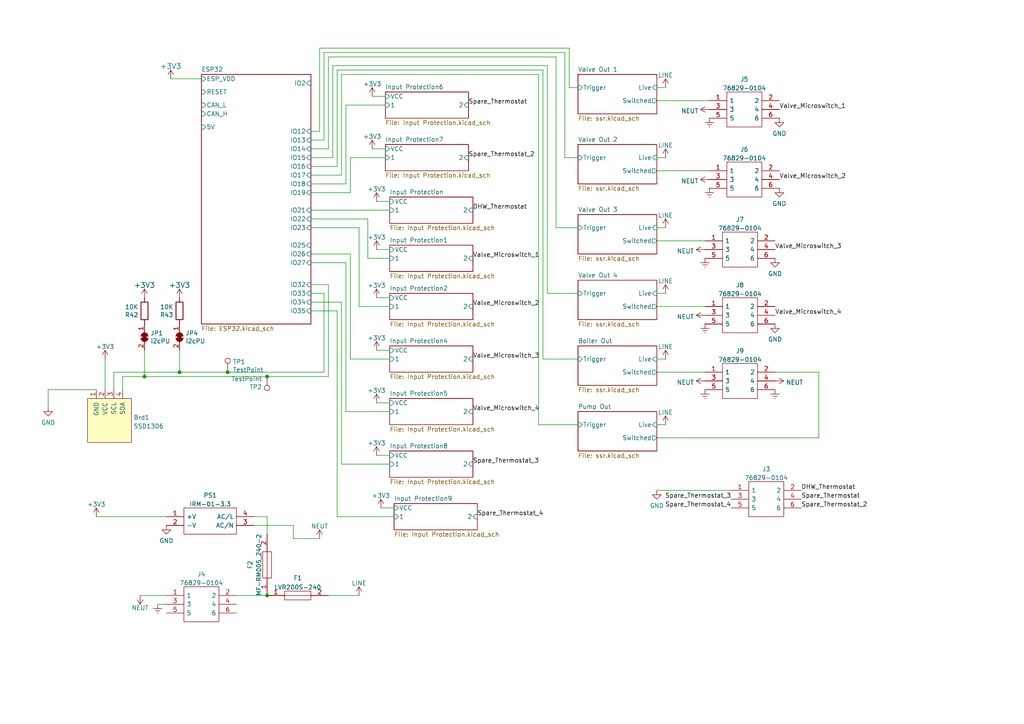
<source format=kicad_sch>
(kicad_sch (version 20211123) (generator eeschema)
  (paper "A4")
  (lib_symbols
    (symbol "Connector:TestPoint" (pin_numbers hide) (pin_names (offset 0.762) hide)
      (property "Reference" "TP" (at 0 6.858 0))
      (property "Value" "TestPoint" (at 0 5.08 0))
      (symbol "TestPoint_0_1"
        (circle (center 0 3.302) (radius 0.762))
      )
      (symbol "TestPoint_1_1"
        (pin passive line (at 0 0 90) (length 2.54) (name "1") (number "1"))
      )
    )
    (symbol "Device:R" (pin_numbers hide) (pin_names (offset 0))
      (property "Reference" "R" (at 2.032 0 90))
      (property "Value" "R" (at 0 0 90))
      (symbol "R_0_1"
        (rectangle (start -1.016 -2.54) (end 1.016 2.54) (stroke (width 0.254)))
      )
      (symbol "R_1_1"
        (pin passive line (at 0 3.81 270) (length 1.27) (name "~") (number "1"))
        (pin passive line (at 0 -3.81 90) (length 1.27) (name "~") (number "2"))
      )
    )
    (symbol "Jumper:SolderJumper_2_Bridged" (pin_names (offset 0) hide)
      (property "Reference" "JP" (at 0 2.032 0))
      (property "Value" "SolderJumper_2_Bridged" (at 0 -2.54 0))
      (symbol "SolderJumper_2_Bridged_0_1"
        (rectangle (start -0.508 0.508) (end 0.508 -0.508) (fill (type outline)))
        (arc (start -0.254 1.016) (mid -1.27 0) (end -0.254 -1.016))
        (arc (start -0.254 1.016) (mid -1.27 0) (end -0.254 -1.016) (fill (type outline)))
        (polyline (pts (xy -0.254 1.016) (xy -0.254 -1.016)))
        (polyline (pts (xy 0.254 1.016) (xy 0.254 -1.016)))
        (arc (start 0.254 -1.016) (mid 1.27 0) (end 0.254 1.016))
        (arc (start 0.254 -1.016) (mid 1.27 0) (end 0.254 1.016) (fill (type outline)))
      )
      (symbol "SolderJumper_2_Bridged_1_1"
        (pin passive line (at -3.81 0 0) (length 2.54) (name "A") (number "1"))
        (pin passive line (at 3.81 0 180) (length 2.54) (name "B") (number "2"))
      )
    )
    (symbol "SSD1306-128x64_OLED:SSD1306" (pin_names (offset 1.016))
      (property "Reference" "Brd" (at 0 -3.81 0))
      (property "Value" "SSD1306" (at 0 -1.27 0))
      (symbol "SSD1306_0_1"
        (rectangle (start -6.35 6.35) (end 6.35 -6.35) (fill (type background)))
      )
      (symbol "SSD1306_1_1"
        (pin input line (at -3.81 8.89 270) (length 2.54) (name "GND") (number "1"))
        (pin input line (at -1.27 8.89 270) (length 2.54) (name "VCC") (number "2"))
        (pin input line (at 1.27 8.89 270) (length 2.54) (name "SCL") (number "3"))
        (pin input line (at 3.81 8.89 270) (length 2.54) (name "SDA") (number "4"))
      )
    )
    (symbol "SamacSys_Parts:736-303" (pin_names (offset 0.762))
      (property "Reference" "J" (at 16.51 7.62 0))
      (property "Value" "736-303" (at 16.51 5.08 0))
      (symbol "736-303_0_0"
        (pin passive line (at 0 0 0) (length 5.08) (name "1") (number "1"))
        (pin passive line (at 20.32 0 180) (length 5.08) (name "2") (number "2"))
        (pin passive line (at 0 -2.54 0) (length 5.08) (name "3") (number "3"))
        (pin passive line (at 20.32 -2.54 180) (length 5.08) (name "4") (number "4"))
        (pin passive line (at 0 -5.08 0) (length 5.08) (name "5") (number "5"))
        (pin passive line (at 20.32 -5.08 180) (length 5.08) (name "6") (number "6"))
      )
      (symbol "736-303_0_1"
        (polyline (pts (xy 5.08 2.54) (xy 15.24 2.54) (xy 15.24 -7.62) (xy 5.08 -7.62) (xy 5.08 2.54)) (stroke (width 0.1524)))
      )
    )
    (symbol "SamacSys_Parts:IRM-01-3.3" (pin_names (offset 0.762))
      (property "Reference" "PS" (at 21.59 7.62 0))
      (property "Value" "IRM-01-3.3" (at 21.59 5.08 0))
      (symbol "IRM-01-3.3_0_0"
        (pin passive line (at 0 0 0) (length 5.08) (name "+V") (number "1"))
        (pin passive line (at 0 -2.54 0) (length 5.08) (name "-V") (number "2"))
        (pin passive line (at 25.4 -2.54 180) (length 5.08) (name "AC/N") (number "3"))
        (pin passive line (at 25.4 0 180) (length 5.08) (name "AC/L") (number "4"))
      )
      (symbol "IRM-01-3.3_0_1"
        (polyline (pts (xy 5.08 2.54) (xy 20.32 2.54) (xy 20.32 -5.08) (xy 5.08 -5.08) (xy 5.08 2.54)) (stroke (width 0.1524)))
      )
    )
    (symbol "SamacSys_Parts:LVR200S-240" (pin_names (offset 0.762))
      (property "Reference" "F" (at 13.97 6.35 0))
      (property "Value" "LVR200S-240" (at 13.97 3.81 0))
      (symbol "LVR200S-240_0_0"
        (pin passive line (at 0 0 0) (length 5.08) (name "~") (number "1"))
        (pin passive line (at 17.78 0 180) (length 5.08) (name "~") (number "2"))
      )
      (symbol "LVR200S-240_0_1"
        (polyline (pts (xy 5.08 0) (xy 12.7 0)) (stroke (width 0.1524)))
        (polyline (pts (xy 5.08 1.27) (xy 12.7 1.27) (xy 12.7 -1.27) (xy 5.08 -1.27) (xy 5.08 1.27)) (stroke (width 0.1524)))
      )
    )
    (symbol "SamacSys_Parts:MF-RM005_240-2" (pin_names (offset 0.762))
      (property "Reference" "F" (at 13.97 6.35 0))
      (property "Value" "MF-RM005_240-2" (at 13.97 3.81 0))
      (symbol "MF-RM005_240-2_0_0"
        (pin passive line (at 0 0 0) (length 5.08) (name "~") (number "1"))
        (pin passive line (at 17.78 0 180) (length 5.08) (name "~") (number "2"))
      )
      (symbol "MF-RM005_240-2_0_1"
        (polyline (pts (xy 5.08 0) (xy 12.7 0)) (stroke (width 0.1524)))
        (polyline (pts (xy 5.08 1.27) (xy 12.7 1.27) (xy 12.7 -1.27) (xy 5.08 -1.27) (xy 5.08 1.27)) (stroke (width 0.1524)))
      )
    )
    (symbol "power:+3.3V" (power) (pin_names (offset 0))
      (property "Value" "+3.3V" (at 0 3.556 0))
      (symbol "+3.3V_0_1"
        (polyline (pts (xy -0.762 1.27) (xy 0 2.54)))
        (polyline (pts (xy 0 0) (xy 0 2.54)))
        (polyline (pts (xy 0 2.54) (xy 0.762 1.27)))
      )
      (symbol "+3.3V_1_1"
        (pin power_in line (at 0 0 90) (length 0) hide (name "+3V3") (number "1"))
      )
    )
    (symbol "power:Earth" (power) (pin_names (offset 0))
      (symbol "Earth_0_1"
        (polyline (pts (xy -0.635 -1.905) (xy 0.635 -1.905)))
        (polyline (pts (xy -0.127 -2.54) (xy 0.127 -2.54)))
        (polyline (pts (xy 0 -1.27) (xy 0 0)))
        (polyline (pts (xy 1.27 -1.27) (xy -1.27 -1.27)))
      )
      (symbol "Earth_1_1"
        (pin power_in line (at 0 0 270) (length 0) hide (name "Earth") (number "1"))
      )
    )
    (symbol "power:GND" (power) (pin_names (offset 0))
      (property "Value" "GND" (at 0 -3.81 0))
      (symbol "GND_0_1"
        (polyline (pts (xy 0 0) (xy 0 -1.27) (xy 1.27 -1.27) (xy 0 -2.54) (xy -1.27 -1.27) (xy 0 -1.27)))
      )
      (symbol "GND_1_1"
        (pin power_in line (at 0 0 270) (length 0) hide (name "GND") (number "1"))
      )
    )
    (symbol "power:LINE" (power) (pin_names (offset 0))
      (property "Value" "LINE" (at 0 3.81 0))
      (symbol "LINE_0_1"
        (polyline (pts (xy -0.762 1.27) (xy 0 2.54)))
        (polyline (pts (xy 0 0) (xy 0 2.54)))
        (polyline (pts (xy 0 2.54) (xy 0.762 1.27)))
      )
      (symbol "LINE_1_1"
        (pin power_in line (at 0 0 90) (length 0) hide (name "LINE") (number "1"))
      )
    )
    (symbol "power:NEUT" (power) (pin_names (offset 0))
      (property "Value" "NEUT" (at 0 3.81 0))
      (symbol "NEUT_0_1"
        (polyline (pts (xy -0.762 1.27) (xy 0 2.54)))
        (polyline (pts (xy 0 0) (xy 0 2.54)))
        (polyline (pts (xy 0 2.54) (xy 0.762 1.27)))
      )
      (symbol "NEUT_1_1"
        (pin power_in line (at 0 0 90) (length 0) hide (name "NEUT") (number "1"))
      )
    )
  )
  (junction (at 41.91 109.22))
  (junction (at 77.47 109.22))
  (junction (at 66.04 107.95))
  (junction (at 52.07 107.95))
  (junction (at 77.47 172.72))
  (wire (pts (xy 68.58 172.72) (xy 77.47 172.72)))
  (wire (pts (xy 100.33 53.34) (xy 100.33 30.48)))
  (wire (pts (xy 109.22 72.39) (xy 113.03 72.39)))
  (wire (pts (xy 97.79 149.86) (xy 114.3 149.86)))
  (wire (pts (xy 13.97 113.03) (xy 13.97 118.11)))
  (wire (pts (xy 90.17 38.1) (xy 92.71 38.1)))
  (wire (pts (xy 97.79 20.32) (xy 157.48 20.32)))
  (wire (pts (xy 96.52 45.72) (xy 96.52 19.05)))
  (wire (pts (xy 96.52 19.05) (xy 158.75 19.05)))
  (wire (pts (xy 106.68 63.5) (xy 90.17 63.5)))
  (wire (pts (xy 190.5 88.9) (xy 204.47 88.9)))
  (wire (pts (xy 99.06 50.8) (xy 99.06 21.59)))
  (wire (pts (xy 77.47 149.86) (xy 77.47 154.94)))
  (wire (pts (xy 190.5 104.14) (xy 193.04 104.14)))
  (wire (pts (xy 190.5 29.21) (xy 205.74 29.21)))
  (wire (pts (xy 190.5 49.53) (xy 205.74 49.53)))
  (wire (pts (xy 95.25 109.22) (xy 95.25 82.55)))
  (wire (pts (xy 95.25 43.18) (xy 95.25 16.51)))
  (wire (pts (xy 157.48 20.32) (xy 157.48 104.14)))
  (wire (pts (xy 190.5 25.4) (xy 193.04 25.4)))
  (wire (pts (xy 109.22 86.36) (xy 113.03 86.36)))
  (wire (pts (xy 237.49 127) (xy 237.49 107.95)))
  (wire (pts (xy 33.02 107.95) (xy 52.07 107.95)))
  (wire (pts (xy 90.17 43.18) (xy 95.25 43.18)))
  (wire (pts (xy 90.17 48.26) (xy 97.79 48.26)))
  (wire (pts (xy 109.22 116.84) (xy 113.03 116.84)))
  (wire (pts (xy 30.48 104.14) (xy 30.48 113.03)))
  (wire (pts (xy 109.22 58.42) (xy 113.03 58.42)))
  (wire (pts (xy 93.98 15.24) (xy 93.98 40.64)))
  (wire (pts (xy 41.91 101.6) (xy 41.91 109.22)))
  (wire (pts (xy 99.06 21.59) (xy 156.21 21.59)))
  (wire (pts (xy 167.64 123.19) (xy 156.21 123.19)))
  (wire (pts (xy 101.6 45.72) (xy 101.6 55.88)))
  (wire (pts (xy 92.71 38.1) (xy 92.71 13.97)))
  (wire (pts (xy 190.5 107.95) (xy 204.47 107.95)))
  (wire (pts (xy 156.21 123.19) (xy 156.21 21.59)))
  (wire (pts (xy 190.5 45.72) (xy 193.04 45.72)))
  (wire (pts (xy 109.22 132.08) (xy 113.03 132.08)))
  (wire (pts (xy 73.66 152.4) (xy 85.09 152.4)))
  (wire (pts (xy 113.03 88.9) (xy 104.14 88.9)))
  (wire (pts (xy 104.14 66.04) (xy 90.17 66.04)))
  (wire (pts (xy 158.75 85.09) (xy 158.75 19.05)))
  (wire (pts (xy 90.17 87.63) (xy 99.06 87.63)))
  (wire (pts (xy 33.02 113.03) (xy 33.02 107.95)))
  (wire (pts (xy 163.83 45.72) (xy 163.83 15.24)))
  (wire (pts (xy 165.1 13.97) (xy 165.1 25.4)))
  (wire (pts (xy 41.91 109.22) (xy 35.56 109.22)))
  (wire (pts (xy 95.25 172.72) (xy 104.14 172.72)))
  (wire (pts (xy 110.49 147.32) (xy 114.3 147.32)))
  (wire (pts (xy 109.22 101.6) (xy 113.03 101.6)))
  (wire (pts (xy 97.79 48.26) (xy 97.79 20.32)))
  (wire (pts (xy 90.17 60.96) (xy 113.03 60.96)))
  (wire (pts (xy 27.94 149.86) (xy 48.26 149.86)))
  (wire (pts (xy 27.94 113.03) (xy 13.97 113.03)))
  (wire (pts (xy 93.98 85.09) (xy 93.98 107.95)))
  (wire (pts (xy 48.26 172.72) (xy 40.64 172.72)))
  (wire (pts (xy 100.33 119.38) (xy 113.03 119.38)))
  (wire (pts (xy 95.25 82.55) (xy 90.17 82.55)))
  (wire (pts (xy 52.07 101.6) (xy 52.07 107.95)))
  (wire (pts (xy 106.68 74.93) (xy 106.68 63.5)))
  (wire (pts (xy 190.5 66.04) (xy 193.04 66.04)))
  (wire (pts (xy 97.79 149.86) (xy 97.79 90.17)))
  (wire (pts (xy 167.64 45.72) (xy 163.83 45.72)))
  (wire (pts (xy 111.76 45.72) (xy 101.6 45.72)))
  (wire (pts (xy 90.17 85.09) (xy 93.98 85.09)))
  (wire (pts (xy 161.29 16.51) (xy 161.29 66.04)))
  (wire (pts (xy 165.1 25.4) (xy 167.64 25.4)))
  (wire (pts (xy 66.04 107.95) (xy 93.98 107.95)))
  (wire (pts (xy 237.49 107.95) (xy 224.79 107.95)))
  (wire (pts (xy 99.06 134.62) (xy 113.03 134.62)))
  (wire (pts (xy 90.17 53.34) (xy 100.33 53.34)))
  (wire (pts (xy 49.53 22.86) (xy 58.42 22.86)))
  (wire (pts (xy 113.03 74.93) (xy 106.68 74.93)))
  (wire (pts (xy 99.06 87.63) (xy 99.06 134.62)))
  (wire (pts (xy 93.98 15.24) (xy 163.83 15.24)))
  (wire (pts (xy 92.71 13.97) (xy 165.1 13.97)))
  (wire (pts (xy 45.72 175.26) (xy 48.26 175.26)))
  (wire (pts (xy 101.6 73.66) (xy 90.17 73.66)))
  (wire (pts (xy 161.29 66.04) (xy 167.64 66.04)))
  (wire (pts (xy 101.6 55.88) (xy 90.17 55.88)))
  (wire (pts (xy 73.66 149.86) (xy 77.47 149.86)))
  (wire (pts (xy 90.17 45.72) (xy 96.52 45.72)))
  (wire (pts (xy 167.64 85.09) (xy 158.75 85.09)))
  (wire (pts (xy 190.5 142.24) (xy 212.09 142.24)))
  (wire (pts (xy 101.6 104.14) (xy 101.6 73.66)))
  (wire (pts (xy 107.95 27.94) (xy 111.76 27.94)))
  (wire (pts (xy 35.56 109.22) (xy 35.56 113.03)))
  (wire (pts (xy 157.48 104.14) (xy 167.64 104.14)))
  (wire (pts (xy 52.07 107.95) (xy 66.04 107.95)))
  (wire (pts (xy 100.33 76.2) (xy 100.33 119.38)))
  (wire (pts (xy 104.14 88.9) (xy 104.14 66.04)))
  (wire (pts (xy 77.47 109.22) (xy 41.91 109.22)))
  (wire (pts (xy 93.98 40.64) (xy 90.17 40.64)))
  (wire (pts (xy 190.5 127) (xy 237.49 127)))
  (wire (pts (xy 95.25 16.51) (xy 161.29 16.51)))
  (wire (pts (xy 100.33 30.48) (xy 111.76 30.48)))
  (wire (pts (xy 95.25 109.22) (xy 77.47 109.22)))
  (wire (pts (xy 99.06 50.8) (xy 90.17 50.8)))
  (wire (pts (xy 90.17 90.17) (xy 97.79 90.17)))
  (wire (pts (xy 190.5 123.19) (xy 193.04 123.19)))
  (wire (pts (xy 90.17 76.2) (xy 100.33 76.2)))
  (wire (pts (xy 113.03 104.14) (xy 101.6 104.14)))
  (wire (pts (xy 85.09 156.21) (xy 92.71 156.21)))
  (wire (pts (xy 190.5 85.09) (xy 193.04 85.09)))
  (wire (pts (xy 85.09 152.4) (xy 85.09 156.21)))
  (wire (pts (xy 190.5 69.85) (xy 204.47 69.85)))
  (wire (pts (xy 107.95 43.18) (xy 111.76 43.18)))
  (label "DHW_Thermostat" (at 137.16 60.96 0))
  (label "Valve_Microswitch_4" (at 137.16 119.38 0))
  (label "Spare_Thermostat_3" (at 212.09 144.78 180))
  (label "Valve_Microswitch_1" (at 137.16 74.93 0))
  (label "Valve_Microswitch_4" (at 224.79 91.44 0))
  (label "Valve_Microswitch_3" (at 137.16 104.14 0))
  (label "Valve_Microswitch_2" (at 137.16 88.9 0))
  (label "Spare_Thermostat_4" (at 212.09 147.32 180))
  (label "Spare_Thermostat_2" (at 232.41 147.32 0))
  (label "Valve_Microswitch_1" (at 226.06 31.75 0))
  (label "Valve_Microswitch_3" (at 224.79 72.39 0))
  (label "Valve_Microswitch_2" (at 226.06 52.07 0))
  (label "DHW_Thermostat" (at 232.41 142.24 0))
  (label "Spare_Thermostat_4" (at 138.43 149.86 0))
  (label "Spare_Thermostat" (at 232.41 144.78 0))
  (label "Spare_Thermostat" (at 135.89 30.48 0))
  (label "Spare_Thermostat_3" (at 137.16 134.62 0))
  (label "Spare_Thermostat_2" (at 135.89 45.72 0))
  (symbol (lib_id "Device:R") (at 41.91 90.17 180) (unit 1)
    (property "Reference" "R42" (at 40.132 91.3384 0) (effects (justify left)))
    (property "Value" "10K" (at 40.132 89.027 0) (effects (justify left)))
    (property "Footprint" "Resistor_SMD:R_0603_1608Metric" (effects hide))
    (property "LCSC" " C25804" (effects hide))
  )
  (symbol (lib_id "power:+3.3V") (at 109.22 132.08 0) (unit 1)
    (property "Reference" "#PWR0188" (effects hide))
    (property "Value" "+3.3V" (at 109.22 128.5042 0))
  )
  (symbol (lib_id "SamacSys_Parts:LVR200S-240") (at 77.47 172.72 0) (unit 1)
    (property "Reference" "F1" (at 86.36 167.64 0))
    (property "Value" "LVR200S-240" (at 86.36 170.3379 0))
    (property "Footprint" "SamacSys_Parts:LVR200S240" (effects hide))
    (property "Datasheet" "http://www.littelfuse.com/~/media/electronics/datasheets/resettable_ptcs/littelfuse_ptc_lvr_catalog_datasheet.pdf.pdf" (effects hide))
    (property "Description" "Littelfuse 2A Radial Resettable Wire Ended Fuses, 240V ac/dc" (effects hide))
    (property "Height" "33.8" (effects hide))
    (property "Mouser Part Number" "650-LVR200S-240" (effects hide))
    (property "Mouser Price/Stock" "https://www.mouser.co.uk/ProductDetail/Littelfuse/LVR200S-240?qs=tLAv5HGHHjEw3prsuzEUNg%3D%3D" (effects hide))
    (property "Manufacturer_Name" "LITTELFUSE" (effects hide))
    (property "Manufacturer_Part_Number" "LVR200S-240" (effects hide))
  )
  (symbol (lib_id "power:Earth") (at 204.47 113.03 0) (unit 1)
    (property "Reference" "#PWR0157" (effects hide))
    (property "Value" "Earth" (effects hide))
  )
  (symbol (lib_id "power:Earth") (at 204.47 93.98 0) (unit 1)
    (property "Reference" "#PWR0132" (effects hide))
    (property "Value" "Earth" (effects hide))
  )
  (symbol (lib_id "Connector:TestPoint") (at 77.47 109.22 180) (unit 1)
    (property "Reference" "TP2" (at 75.9968 112.2172 0) (effects (justify left)))
    (property "Value" "TestPoint" (at 75.9968 109.9058 0) (effects (justify left)))
    (property "Footprint" "TestPoint:TestPoint_Keystone_5005-5009_Compact" (effects hide))
  )
  (symbol (lib_id "SamacSys_Parts:736-303") (at 205.74 49.53 0) (unit 1)
    (property "Reference" "J6" (at 215.9 43.341 0))
    (property "Value" "76829-0104" (at 215.9 45.8779 0))
    (property "Footprint" "736303" (effects hide))
    (property "Datasheet" "https://www.wago.com/gb/pcb-terminal-blocks-and-pluggable-connectors/double-deck-pcb-terminal-strip/p/736-303" (effects hide))
    (property "Description" "Wago 736, 6 Way PCB Terminal Strip" (effects hide))
    (property "Height" "26.5" (effects hide))
    (property "Mouser Part Number" "538-76829-0104" (effects hide))
    (property "Mouser Price/Stock" "https://www.mouser.co.uk/ProductDetail/Molex/76829-0104?qs=BZBei1rCqCA%252BuCV9X7w2ag%3D%3D" (effects hide))
    (property "Manufacturer_Name" "Wago" (effects hide))
    (property "Manufacturer_Part_Number" "736-303" (effects hide))
  )
  (symbol (lib_id "Device:R") (at 52.07 90.17 180) (unit 1)
    (property "Reference" "R43" (at 50.292 91.3384 0) (effects (justify left)))
    (property "Value" "10K" (at 50.292 89.027 0) (effects (justify left)))
    (property "Footprint" "Resistor_SMD:R_0603_1608Metric" (effects hide))
    (property "LCSC" " C25804" (effects hide))
  )
  (symbol (lib_id "power:NEUT") (at 204.47 91.44 90) (unit 1)
    (property "Reference" "#PWR0150" (effects hide))
    (property "Value" "NEUT" (at 201.295 91.8738 90) (effects (justify left)))
  )
  (symbol (lib_id "power:+3.3V") (at 109.22 101.6 0) (unit 1)
    (property "Reference" "#PWR0167" (effects hide))
    (property "Value" "+3.3V" (at 109.22 98.0242 0))
  )
  (symbol (lib_id "power:LINE") (at 104.14 172.72 0) (unit 1)
    (property "Reference" "#PWR0137" (effects hide))
    (property "Value" "LINE" (at 104.14 169.1442 0))
  )
  (symbol (lib_id "Connector:TestPoint") (at 66.04 107.95 0) (unit 1)
    (property "Reference" "TP1" (at 67.5132 104.9528 0) (effects (justify left)))
    (property "Value" "TestPoint" (at 67.5132 107.2642 0) (effects (justify left)))
    (property "Footprint" "TestPoint:TestPoint_Keystone_5005-5009_Compact" (effects hide))
  )
  (symbol (lib_id "power:GND") (at 224.79 93.98 0) (unit 1)
    (property "Reference" "#PWR0153" (effects hide))
    (property "Value" "GND" (at 224.79 98.4234 0))
  )
  (symbol (lib_id "power:GND") (at 190.5 142.24 0) (unit 1)
    (property "Reference" "#PWR0128" (effects hide))
    (property "Value" "GND" (at 190.5 146.6834 0))
  )
  (symbol (lib_id "power:+3.3V") (at 109.22 86.36 0) (unit 1)
    (property "Reference" "#PWR0131" (effects hide))
    (property "Value" "+3.3V" (at 109.22 82.7842 0))
  )
  (symbol (lib_id "Jumper:SolderJumper_2_Bridged") (at 41.91 97.79 270) (unit 1)
    (property "Reference" "JP1" (at 43.6372 96.6216 90) (effects (justify left)))
    (property "Value" "i2cPU" (at 43.6372 98.933 90) (effects (justify left)))
    (property "Footprint" "Jumper:SolderJumper-2_P1.3mm_Bridged_RoundedPad1.0x1.5mm" (effects hide))
  )
  (symbol (lib_id "power:+3.3V") (at 107.95 27.94 0) (unit 1)
    (property "Reference" "#PWR0117" (effects hide))
    (property "Value" "+3.3V" (at 107.95 24.3642 0))
  )
  (symbol (lib_id "SamacSys_Parts:736-303") (at 48.26 172.72 0) (unit 1)
    (property "Reference" "J4" (at 58.42 166.531 0))
    (property "Value" "76829-0104" (at 58.42 169.0679 0))
    (property "Footprint" "736303" (effects hide))
    (property "Datasheet" "https://www.wago.com/gb/pcb-terminal-blocks-and-pluggable-connectors/double-deck-pcb-terminal-strip/p/736-303" (effects hide))
    (property "Description" "Wago 736, 6 Way PCB Terminal Strip" (effects hide))
    (property "Height" "26.5" (effects hide))
    (property "Mouser Part Number" "538-76829-0104" (effects hide))
    (property "Mouser Price/Stock" "https://www.mouser.co.uk/ProductDetail/Molex/76829-0104?qs=BZBei1rCqCA%252BuCV9X7w2ag%3D%3D" (effects hide))
    (property "Manufacturer_Name" "Wago" (effects hide))
    (property "Manufacturer_Part_Number" "736-303" (effects hide))
  )
  (symbol (lib_id "power:GND") (at 224.79 74.93 0) (unit 1)
    (property "Reference" "#PWR0114" (effects hide))
    (property "Value" "GND" (at 224.79 79.3734 0))
  )
  (symbol (lib_id "power:+3.3V") (at 52.07 86.36 0) (unit 1)
    (property "Reference" "#SUPPLY0101" (effects hide))
    (property "Value" "3.3V" (at 52.07 83.566 0) (effects (font (size 1.4986 1.4986)) (justify bottom)))
  )
  (symbol (lib_id "power:NEUT") (at 205.74 31.75 90) (unit 1)
    (property "Reference" "#PWR0134" (effects hide))
    (property "Value" "NEUT" (at 202.565 32.1838 90) (effects (justify left)))
  )
  (symbol (lib_id "Jumper:SolderJumper_2_Bridged") (at 52.07 97.79 270) (unit 1)
    (property "Reference" "JP4" (at 53.7972 96.6216 90) (effects (justify left)))
    (property "Value" "i2cPU" (at 53.7972 98.933 90) (effects (justify left)))
    (property "Footprint" "Jumper:SolderJumper-2_P1.3mm_Bridged_RoundedPad1.0x1.5mm" (effects hide))
  )
  (symbol (lib_id "power:NEUT") (at 205.74 52.07 90) (unit 1)
    (property "Reference" "#PWR0171" (effects hide))
    (property "Value" "NEUT" (at 202.565 52.5038 90) (effects (justify left)))
  )
  (symbol (lib_id "power:LINE") (at 193.04 85.09 0) (unit 1)
    (property "Reference" "#PWR0152" (effects hide))
    (property "Value" "LINE" (at 193.04 81.5142 0))
  )
  (symbol (lib_id "power:NEUT") (at 204.47 110.49 90) (unit 1)
    (property "Reference" "#PWR0156" (effects hide))
    (property "Value" "NEUT" (at 201.295 110.9238 90) (effects (justify left)))
  )
  (symbol (lib_id "power:LINE") (at 193.04 123.19 0) (unit 1)
    (property "Reference" "#PWR0155" (effects hide))
    (property "Value" "LINE" (at 193.04 119.6142 0))
  )
  (symbol (lib_id "power:+3.3V") (at 110.49 147.32 0) (unit 1)
    (property "Reference" "#PWR0189" (effects hide))
    (property "Value" "+3.3V" (at 110.49 143.7442 0))
  )
  (symbol (lib_id "SamacSys_Parts:736-303") (at 204.47 69.85 0) (unit 1)
    (property "Reference" "J7" (at 214.63 63.661 0))
    (property "Value" "76829-0104" (at 214.63 66.1979 0))
    (property "Footprint" "736303" (effects hide))
    (property "Datasheet" "https://www.wago.com/gb/pcb-terminal-blocks-and-pluggable-connectors/double-deck-pcb-terminal-strip/p/736-303" (effects hide))
    (property "Description" "Wago 736, 6 Way PCB Terminal Strip" (effects hide))
    (property "Height" "26.5" (effects hide))
    (property "Mouser Part Number" "538-76829-0104" (effects hide))
    (property "Mouser Price/Stock" "https://www.mouser.co.uk/ProductDetail/Molex/76829-0104?qs=BZBei1rCqCA%252BuCV9X7w2ag%3D%3D" (effects hide))
    (property "Manufacturer_Name" "Wago" (effects hide))
    (property "Manufacturer_Part_Number" "736-303" (effects hide))
  )
  (symbol (lib_id "power:GND") (at 48.26 152.4 0) (unit 1)
    (property "Reference" "#PWR0136" (effects hide))
    (property "Value" "GND" (at 48.26 156.8434 0))
  )
  (symbol (lib_id "SSD1306-128x64_OLED:SSD1306") (at 31.75 121.92 0) (unit 1)
    (property "Reference" "Brd1" (at 38.735 121.0853 0) (effects (justify left)))
    (property "Value" "SSD1306" (at 38.735 123.6222 0) (effects (justify left)))
    (property "Footprint" "Andrew_Custom:128x64OLED" (effects hide))
  )
  (symbol (lib_id "power:+3.3V") (at 109.22 58.42 0) (unit 1)
    (property "Reference" "#PWR0127" (effects hide))
    (property "Value" "+3.3V" (at 109.22 54.8442 0))
  )
  (symbol (lib_id "power:+3.3V") (at 41.91 86.36 0) (unit 1)
    (property "Reference" "#SUPPLY0102" (effects hide))
    (property "Value" "3.3V" (at 41.91 83.566 0) (effects (font (size 1.4986 1.4986)) (justify bottom)))
  )
  (symbol (lib_id "power:NEUT") (at 204.47 72.39 90) (unit 1)
    (property "Reference" "#PWR0138" (effects hide))
    (property "Value" "NEUT" (at 201.295 72.8238 90) (effects (justify left)))
  )
  (symbol (lib_id "power:LINE") (at 193.04 66.04 0) (unit 1)
    (property "Reference" "#PWR0170" (effects hide))
    (property "Value" "LINE" (at 193.04 62.4642 0))
  )
  (symbol (lib_id "power:+3.3V") (at 109.22 116.84 0) (unit 1)
    (property "Reference" "#PWR0168" (effects hide))
    (property "Value" "+3.3V" (at 109.22 113.2642 0))
  )
  (symbol (lib_id "SamacSys_Parts:736-303") (at 204.47 107.95 0) (unit 1)
    (property "Reference" "J9" (at 214.63 101.761 0))
    (property "Value" "76829-0104" (at 214.63 104.2979 0))
    (property "Footprint" "736303" (effects hide))
    (property "Datasheet" "https://www.wago.com/gb/pcb-terminal-blocks-and-pluggable-connectors/double-deck-pcb-terminal-strip/p/736-303" (effects hide))
    (property "Description" "Wago 736, 6 Way PCB Terminal Strip" (effects hide))
    (property "Height" "26.5" (effects hide))
    (property "Mouser Part Number" "538-76829-0104" (effects hide))
    (property "Mouser Price/Stock" "https://www.mouser.co.uk/ProductDetail/Molex/76829-0104?qs=BZBei1rCqCA%252BuCV9X7w2ag%3D%3D" (effects hide))
    (property "Manufacturer_Name" "Wago" (effects hide))
    (property "Manufacturer_Part_Number" "736-303" (effects hide))
  )
  (symbol (lib_id "power:NEUT") (at 40.64 172.72 180) (unit 1)
    (property "Reference" "#PWR0115" (effects hide))
    (property "Value" "NEUT" (at 40.64 176.2958 0))
  )
  (symbol (lib_id "SamacSys_Parts:736-303") (at 204.47 88.9 0) (unit 1)
    (property "Reference" "J8" (at 214.63 82.711 0))
    (property "Value" "76829-0104" (at 214.63 85.2479 0))
    (property "Footprint" "736303" (effects hide))
    (property "Datasheet" "https://www.wago.com/gb/pcb-terminal-blocks-and-pluggable-connectors/double-deck-pcb-terminal-strip/p/736-303" (effects hide))
    (property "Description" "Wago 736, 6 Way PCB Terminal Strip" (effects hide))
    (property "Height" "26.5" (effects hide))
    (property "Mouser Part Number" "538-76829-0104" (effects hide))
    (property "Mouser Price/Stock" "https://www.mouser.co.uk/ProductDetail/Molex/76829-0104?qs=BZBei1rCqCA%252BuCV9X7w2ag%3D%3D" (effects hide))
    (property "Manufacturer_Name" "Wago" (effects hide))
    (property "Manufacturer_Part_Number" "736-303" (effects hide))
  )
  (symbol (lib_id "power:Earth") (at 45.72 175.26 0) (unit 1)
    (property "Reference" "#PWR0116" (effects hide))
    (property "Value" "Earth" (effects hide))
  )
  (symbol (lib_id "power:LINE") (at 193.04 104.14 0) (unit 1)
    (property "Reference" "#PWR0151" (effects hide))
    (property "Value" "LINE" (at 193.04 100.5642 0))
  )
  (symbol (lib_id "power:+3.3V") (at 30.48 104.14 0) (unit 1)
    (property "Reference" "#PWR0177" (effects hide))
    (property "Value" "+3.3V" (at 30.48 100.5642 0))
  )
  (symbol (lib_id "power:Earth") (at 224.79 113.03 0) (unit 1)
    (property "Reference" "#PWR0158" (effects hide))
    (property "Value" "Earth" (effects hide))
  )
  (symbol (lib_id "power:+3.3V") (at 49.53 22.86 0) (unit 1)
    (property "Reference" "#SUPPLY0103" (effects hide))
    (property "Value" "3.3V" (at 49.53 20.066 0) (effects (font (size 1.4986 1.4986)) (justify bottom)))
  )
  (symbol (lib_id "power:Earth") (at 205.74 54.61 0) (unit 1)
    (property "Reference" "#PWR0185" (effects hide))
    (property "Value" "Earth" (effects hide))
  )
  (symbol (lib_id "power:+3.3V") (at 107.95 43.18 0) (unit 1)
    (property "Reference" "#PWR0154" (effects hide))
    (property "Value" "+3.3V" (at 107.95 39.6042 0))
  )
  (symbol (lib_id "power:Earth") (at 204.47 74.93 0) (unit 1)
    (property "Reference" "#PWR0145" (effects hide))
    (property "Value" "Earth" (effects hide))
  )
  (symbol (lib_id "SamacSys_Parts:736-303") (at 212.09 142.24 0) (unit 1)
    (property "Reference" "J3" (at 222.25 136.051 0))
    (property "Value" "76829-0104" (at 222.25 138.5879 0))
    (property "Footprint" "736303" (effects hide))
    (property "Datasheet" "https://www.wago.com/gb/pcb-terminal-blocks-and-pluggable-connectors/double-deck-pcb-terminal-strip/p/736-303" (effects hide))
    (property "Description" "Wago 736, 6 Way PCB Terminal Strip" (effects hide))
    (property "Height" "26.5" (effects hide))
    (property "Mouser Part Number" "538-76829-0104" (effects hide))
    (property "Mouser Price/Stock" "https://www.mouser.co.uk/ProductDetail/Molex/76829-0104?qs=BZBei1rCqCA%252BuCV9X7w2ag%3D%3D" (effects hide))
    (property "Manufacturer_Name" "Wago" (effects hide))
    (property "Manufacturer_Part_Number" "736-303" (effects hide))
  )
  (symbol (lib_id "power:Earth") (at 205.74 34.29 0) (unit 1)
    (property "Reference" "#PWR0184" (effects hide))
    (property "Value" "Earth" (effects hide))
  )
  (symbol (lib_id "power:GND") (at 226.06 54.61 0) (unit 1)
    (property "Reference" "#PWR0160" (effects hide))
    (property "Value" "GND" (at 226.06 59.0534 0))
  )
  (symbol (lib_id "power:+3.3V") (at 27.94 149.86 0) (unit 1)
    (property "Reference" "#PWR0133" (effects hide))
    (property "Value" "+3.3V" (at 27.94 146.2842 0))
  )
  (symbol (lib_id "power:GND") (at 226.06 34.29 0) (unit 1)
    (property "Reference" "#PWR0159" (effects hide))
    (property "Value" "GND" (at 226.06 38.7334 0))
  )
  (symbol (lib_id "SamacSys_Parts:IRM-01-3.3") (at 48.26 149.86 0) (unit 1)
    (property "Reference" "PS1" (at 60.96 143.671 0))
    (property "Value" "IRM-01-3.3" (at 60.96 146.2079 0))
    (property "Footprint" "SamacSys_Parts:IRM015" (effects hide))
    (property "Datasheet" "https://www.meanwell.com/Upload/PDF/IRM-01/IRM-01-SPEC.PDF" (effects hide))
    (property "Description" "Power Supply Encapsulated PCB 3.3V 1W" (effects hide))
    (property "Height" "15" (effects hide))
    (property "Mouser Part Number" "709-IRM01-3.3" (effects hide))
    (property "Mouser Price/Stock" "https://www.mouser.co.uk/ProductDetail/MEAN-WELL/IRM-01-33?qs=C9r8PV%2F%252BoWPYMhpLuTFr9w%3D%3D" (effects hide))
    (property "Manufacturer_Name" "Mean Well" (effects hide))
    (property "Manufacturer_Part_Number" "IRM-01-3.3" (effects hide))
  )
  (symbol (lib_id "power:GND") (at 13.97 118.11 0) (unit 1)
    (property "Reference" "#PWR0176" (effects hide))
    (property "Value" "GND" (at 13.97 122.5534 0))
  )
  (symbol (lib_id "power:NEUT") (at 92.71 156.21 0) (unit 1)
    (property "Reference" "#PWR0135" (effects hide))
    (property "Value" "NEUT" (at 92.71 152.6342 0))
  )
  (symbol (lib_id "power:LINE") (at 193.04 25.4 0) (unit 1)
    (property "Reference" "#PWR0130" (effects hide))
    (property "Value" "LINE" (at 193.04 21.8242 0))
  )
  (symbol (lib_id "power:LINE") (at 193.04 45.72 0) (unit 1)
    (property "Reference" "#PWR0129" (effects hide))
    (property "Value" "LINE" (at 193.04 42.1442 0))
  )
  (symbol (lib_id "SamacSys_Parts:736-303") (at 205.74 29.21 0) (unit 1)
    (property "Reference" "J5" (at 215.9 23.021 0))
    (property "Value" "76829-0104" (at 215.9 25.5579 0))
    (property "Footprint" "736303" (effects hide))
    (property "Datasheet" "https://www.wago.com/gb/pcb-terminal-blocks-and-pluggable-connectors/double-deck-pcb-terminal-strip/p/736-303" (effects hide))
    (property "Description" "Wago 736, 6 Way PCB Terminal Strip" (effects hide))
    (property "Height" "26.5" (effects hide))
    (property "Mouser Part Number" "538-76829-0104" (effects hide))
    (property "Mouser Price/Stock" "https://www.mouser.co.uk/ProductDetail/Molex/76829-0104?qs=BZBei1rCqCA%252BuCV9X7w2ag%3D%3D" (effects hide))
    (property "Manufacturer_Name" "Wago" (effects hide))
    (property "Manufacturer_Part_Number" "736-303" (effects hide))
  )
  (symbol (lib_id "power:NEUT") (at 224.79 110.49 270) (unit 1)
    (property "Reference" "#PWR0186" (effects hide))
    (property "Value" "NEUT" (at 227.965 110.9238 90) (effects (justify left)))
  )
  (symbol (lib_id "SamacSys_Parts:MF-RM005_240-2") (at 77.47 172.72 90) (unit 1)
    (property "Reference" "F2" (at 72.551 163.83 0))
    (property "Value" "MF-RM005_240-2" (at 75.0879 163.83 0))
    (property "Footprint" "SamacSys_Parts:MFRM0052402" (effects hide))
    (property "Datasheet" "https://www.bourns.com/docs/Product-Datasheets/MF-RM.pdf" (effects hide))
    (property "Description" "Bourns 0.05A Hold current, Radial Resettable Wire Ended Fuses, 240V ac" (effects hide))
    (property "Height" "12" (effects hide))
    (property "Mouser Part Number" "652-MF-RM005/240-2" (effects hide))
    (property "Mouser Price/Stock" "https://www.mouser.co.uk/ProductDetail/Bourns/MF-RM005-240-2?qs=1xqMyJAFMHY36SXPHJZ5Kw%3D%3D" (effects hide))
    (property "Manufacturer_Name" "Bourns" (effects hide))
    (property "Manufacturer_Part_Number" "MF-RM005/240-2" (effects hide))
  )
  (symbol (lib_id "power:+3.3V") (at 109.22 72.39 0) (unit 1)
    (property "Reference" "#PWR0166" (effects hide))
    (property "Value" "+3.3V" (at 109.22 68.8142 0))
  )
  (sheet (at 167.64 81.28) (size 22.86 11.43) (stroke (width 0.1524))
    (property "Sheet name" "Valve Out 4" (at 167.64 80.5684 0) (effects (justify left bottom)))
    (property "Sheet file" "ssr.kicad_sch" (at 167.64 93.2946 0) (effects (justify left top)))
    (pin "Trigger" input (at 167.64 85.09 180))
    (pin "Live" input (at 190.5 85.09 0))
    (pin "Switched" output (at 190.5 88.9 0))
  )
  (sheet (at 113.03 130.81) (size 24.13 7.62) (stroke (width 0.1524))
    (property "Sheet name" "Input Protection8" (at 113.03 130.0984 0) (effects (justify left bottom)))
    (property "Sheet file" "Input Protection.kicad_sch" (at 113.03 139.0146 0) (effects (justify left top)))
    (pin "2" input (at 137.16 134.62 0))
    (pin "VCC" input (at 113.03 132.08 180))
    (pin "1" input (at 113.03 134.62 180))
  )
  (sheet (at 114.3 146.05) (size 24.13 7.62) (stroke (width 0.1524))
    (property "Sheet name" "Input Protection9" (at 114.3 145.3384 0) (effects (justify left bottom)))
    (property "Sheet file" "Input Protection.kicad_sch" (at 114.3 154.2546 0) (effects (justify left top)))
    (pin "2" input (at 138.43 149.86 0))
    (pin "VCC" input (at 114.3 147.32 180))
    (pin "1" input (at 114.3 149.86 180))
  )
  (sheet (at 167.64 119.38) (size 22.86 11.43) (stroke (width 0.1524))
    (property "Sheet name" "Pump Out" (at 167.64 118.6684 0) (effects (justify left bottom)))
    (property "Sheet file" "ssr.kicad_sch" (at 167.64 131.3946 0) (effects (justify left top)))
    (pin "Trigger" input (at 167.64 123.19 180))
    (pin "Live" input (at 190.5 123.19 0))
    (pin "Switched" output (at 190.5 127 0))
  )
  (sheet (at 167.64 100.33) (size 22.86 11.43) (stroke (width 0.1524))
    (property "Sheet name" "Boiler Out" (at 167.64 99.6184 0) (effects (justify left bottom)))
    (property "Sheet file" "ssr.kicad_sch" (at 167.64 112.3446 0) (effects (justify left top)))
    (pin "Trigger" input (at 167.64 104.14 180))
    (pin "Live" input (at 190.5 104.14 0))
    (pin "Switched" output (at 190.5 107.95 0))
  )
  (sheet (at 113.03 115.57) (size 24.13 7.62) (stroke (width 0.1524))
    (property "Sheet name" "Input Protection5" (at 113.03 114.8584 0) (effects (justify left bottom)))
    (property "Sheet file" "Input Protection.kicad_sch" (at 113.03 123.7746 0) (effects (justify left top)))
    (pin "2" input (at 137.16 119.38 0))
    (pin "VCC" input (at 113.03 116.84 180))
    (pin "1" input (at 113.03 119.38 180))
  )
  (sheet (at 113.03 85.09) (size 24.13 7.62) (stroke (width 0.1524))
    (property "Sheet name" "Input Protection2" (at 113.03 84.3784 0) (effects (justify left bottom)))
    (property "Sheet file" "Input Protection.kicad_sch" (at 113.03 93.2946 0) (effects (justify left top)))
    (pin "2" input (at 137.16 88.9 0))
    (pin "VCC" input (at 113.03 86.36 180))
    (pin "1" input (at 113.03 88.9 180))
  )
  (sheet (at 111.76 26.67) (size 24.13 7.62) (stroke (width 0.1524))
    (property "Sheet name" "Input Protection6" (at 111.76 25.9584 0) (effects (justify left bottom)))
    (property "Sheet file" "Input Protection.kicad_sch" (at 111.76 34.8746 0) (effects (justify left top)))
    (pin "2" input (at 135.89 30.48 0))
    (pin "VCC" input (at 111.76 27.94 180))
    (pin "1" input (at 111.76 30.48 180))
  )
  (sheet (at 167.64 21.59) (size 22.86 11.43) (stroke (width 0.1524))
    (property "Sheet name" "Valve Out 1" (at 167.64 20.8784 0) (effects (justify left bottom)))
    (property "Sheet file" "ssr.kicad_sch" (at 167.64 33.6046 0) (effects (justify left top)))
    (pin "Trigger" input (at 167.64 25.4 180))
    (pin "Live" input (at 190.5 25.4 0))
    (pin "Switched" output (at 190.5 29.21 0))
  )
  (sheet (at 167.64 62.23) (size 22.86 11.43) (stroke (width 0.1524))
    (property "Sheet name" "Valve Out 3" (at 167.64 61.5184 0) (effects (justify left bottom)))
    (property "Sheet file" "ssr.kicad_sch" (at 167.64 74.2446 0) (effects (justify left top)))
    (pin "Trigger" input (at 167.64 66.04 180))
    (pin "Live" input (at 190.5 66.04 0))
    (pin "Switched" output (at 190.5 69.85 0))
  )
  (sheet (at 167.64 41.91) (size 22.86 11.43) (stroke (width 0.1524))
    (property "Sheet name" "Valve Out 2" (at 167.64 41.1984 0) (effects (justify left bottom)))
    (property "Sheet file" "ssr.kicad_sch" (at 167.64 53.9246 0) (effects (justify left top)))
    (pin "Trigger" input (at 167.64 45.72 180))
    (pin "Live" input (at 190.5 45.72 0))
    (pin "Switched" output (at 190.5 49.53 0))
  )
  (sheet (at 113.03 100.33) (size 24.13 7.62) (stroke (width 0.1524))
    (property "Sheet name" "Input Protection4" (at 113.03 99.6184 0) (effects (justify left bottom)))
    (property "Sheet file" "Input Protection.kicad_sch" (at 113.03 108.5346 0) (effects (justify left top)))
    (pin "2" input (at 137.16 104.14 0))
    (pin "VCC" input (at 113.03 101.6 180))
    (pin "1" input (at 113.03 104.14 180))
  )
  (sheet (at 113.03 71.12) (size 24.13 7.62) (stroke (width 0.1524))
    (property "Sheet name" "Input Protection1" (at 113.03 70.4084 0) (effects (justify left bottom)))
    (property "Sheet file" "Input Protection.kicad_sch" (at 113.03 79.3246 0) (effects (justify left top)))
    (pin "2" input (at 137.16 74.93 0))
    (pin "VCC" input (at 113.03 72.39 180))
    (pin "1" input (at 113.03 74.93 180))
  )
  (sheet (at 111.76 41.91) (size 24.13 7.62) (stroke (width 0.1524))
    (property "Sheet name" "Input Protection7" (at 111.76 41.1984 0) (effects (justify left bottom)))
    (property "Sheet file" "Input Protection.kicad_sch" (at 111.76 50.1146 0) (effects (justify left top)))
    (pin "2" input (at 135.89 45.72 0))
    (pin "VCC" input (at 111.76 43.18 180))
    (pin "1" input (at 111.76 45.72 180))
  )
  (sheet (at 113.03 57.15) (size 24.13 7.62) (stroke (width 0.1524))
    (property "Sheet name" "Input Protection" (at 113.03 56.4384 0) (effects (justify left bottom)))
    (property "Sheet file" "Input Protection.kicad_sch" (at 113.03 65.3546 0) (effects (justify left top)))
    (pin "2" input (at 137.16 60.96 0))
    (pin "VCC" input (at 113.03 58.42 180))
    (pin "1" input (at 113.03 60.96 180))
  )
  (sheet (at 58.42 21.59) (size 31.75 72.39) (stroke (width 0.1524))
    (property "Sheet name" "ESP32" (at 58.42 20.8784 0) (effects (justify left bottom)))
    (property "Sheet file" "ESP32.kicad_sch" (at 58.42 94.5646 0) (effects (justify left top)))
    (pin "IO35" input (at 90.17 90.17 0))
    (pin "IO33" input (at 90.17 85.09 0))
    (pin "IO26" input (at 90.17 73.66 0))
    (pin "IO32" input (at 90.17 82.55 0))
    (pin "IO27" input (at 90.17 76.2 0))
    (pin "IO25" input (at 90.17 71.12 0))
    (pin "IO34" input (at 90.17 87.63 0))
    (pin "IO2" input (at 90.17 24.13 0))
    (pin "IO12" input (at 90.17 38.1 0))
    (pin "IO13" input (at 90.17 40.64 0))
    (pin "IO14" input (at 90.17 43.18 0))
    (pin "IO15" input (at 90.17 45.72 0))
    (pin "IO16" input (at 90.17 48.26 0))
    (pin "IO19" input (at 90.17 55.88 0))
    (pin "IO22" input (at 90.17 63.5 0))
    (pin "IO18" input (at 90.17 53.34 0))
    (pin "IO21" input (at 90.17 60.96 0))
    (pin "IO23" input (at 90.17 66.04 0))
    (pin "IO17" input (at 90.17 50.8 0))
    (pin "ESP_VDD" input (at 58.42 22.86 180))
    (pin "RESET" input (at 58.42 26.67 180))
    (pin "CAN_L" input (at 58.42 30.48 180))
    (pin "CAN_H" input (at 58.42 33.02 180))
    (pin "5V" input (at 58.42 36.83 180))
  )
)
</source>
